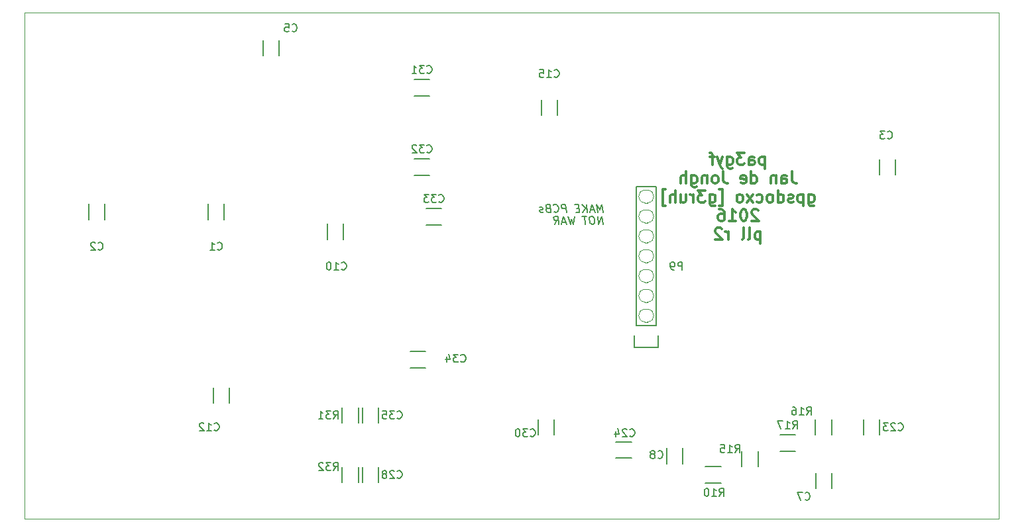
<source format=gbr>
G04 #@! TF.FileFunction,Legend,Bot*
%FSLAX46Y46*%
G04 Gerber Fmt 4.6, Leading zero omitted, Abs format (unit mm)*
G04 Created by KiCad (PCBNEW (after 2015-mar-04 BZR unknown)-product) date Sat 14 Jan 2017 07:57:05 PM CET*
%MOMM*%
G01*
G04 APERTURE LIST*
%ADD10C,0.100000*%
%ADD11C,0.150000*%
%ADD12C,0.300000*%
G04 APERTURE END LIST*
D10*
D11*
X142122953Y-77528381D02*
X141997953Y-76528381D01*
X141753904Y-77242667D01*
X141331286Y-76528381D01*
X141456286Y-77528381D01*
X140992000Y-77242667D02*
X140515809Y-77242667D01*
X141122953Y-77528381D02*
X140664620Y-76528381D01*
X140456286Y-77528381D01*
X140122953Y-77528381D02*
X139997953Y-76528381D01*
X139551524Y-77528381D02*
X139908667Y-76956952D01*
X139426524Y-76528381D02*
X140069381Y-77099810D01*
X139057476Y-77004571D02*
X138724142Y-77004571D01*
X138646762Y-77528381D02*
X139122953Y-77528381D01*
X138997953Y-76528381D01*
X138521762Y-76528381D01*
X137456286Y-77528381D02*
X137331286Y-76528381D01*
X136950333Y-76528381D01*
X136861047Y-76576000D01*
X136819380Y-76623619D01*
X136783666Y-76718857D01*
X136801523Y-76861714D01*
X136861047Y-76956952D01*
X136914618Y-77004571D01*
X137015809Y-77052190D01*
X137396762Y-77052190D01*
X135872952Y-77433143D02*
X135926523Y-77480762D01*
X136075333Y-77528381D01*
X136170571Y-77528381D01*
X136307476Y-77480762D01*
X136390809Y-77385524D01*
X136426524Y-77290286D01*
X136450333Y-77099810D01*
X136432476Y-76956952D01*
X136361047Y-76766476D01*
X136301524Y-76671238D01*
X136194381Y-76576000D01*
X136045571Y-76528381D01*
X135950333Y-76528381D01*
X135813428Y-76576000D01*
X135771761Y-76623619D01*
X135057475Y-77004571D02*
X134920571Y-77052190D01*
X134878904Y-77099810D01*
X134843190Y-77195048D01*
X134861047Y-77337905D01*
X134920571Y-77433143D01*
X134974142Y-77480762D01*
X135075333Y-77528381D01*
X135456286Y-77528381D01*
X135331286Y-76528381D01*
X134997952Y-76528381D01*
X134908666Y-76576000D01*
X134866999Y-76623619D01*
X134831285Y-76718857D01*
X134843190Y-76814095D01*
X134902714Y-76909333D01*
X134956285Y-76956952D01*
X135057475Y-77004571D01*
X135390809Y-77004571D01*
X134497952Y-77480762D02*
X134408667Y-77528381D01*
X134218191Y-77528381D01*
X134116999Y-77480762D01*
X134057475Y-77385524D01*
X134051523Y-77337905D01*
X134087237Y-77242667D01*
X134176524Y-77195048D01*
X134319381Y-77195048D01*
X134408667Y-77147429D01*
X134444381Y-77052190D01*
X134438428Y-77004571D01*
X134378905Y-76909333D01*
X134277714Y-76861714D01*
X134134857Y-76861714D01*
X134045571Y-76909333D01*
X142122953Y-79078381D02*
X141997953Y-78078381D01*
X141551524Y-79078381D01*
X141426524Y-78078381D01*
X140759858Y-78078381D02*
X140569381Y-78078381D01*
X140480095Y-78126000D01*
X140396762Y-78221238D01*
X140372952Y-78411714D01*
X140414619Y-78745048D01*
X140486047Y-78935524D01*
X140593190Y-79030762D01*
X140694381Y-79078381D01*
X140884858Y-79078381D01*
X140974143Y-79030762D01*
X141057476Y-78935524D01*
X141081286Y-78745048D01*
X141039619Y-78411714D01*
X140968191Y-78221238D01*
X140861048Y-78126000D01*
X140759858Y-78078381D01*
X140045572Y-78078381D02*
X139474143Y-78078381D01*
X139884858Y-79078381D02*
X139759858Y-78078381D01*
X138474143Y-78078381D02*
X138361048Y-79078381D01*
X138081285Y-78364095D01*
X137980095Y-79078381D01*
X137617000Y-78078381D01*
X137372952Y-78792667D02*
X136896761Y-78792667D01*
X137503905Y-79078381D02*
X137045572Y-78078381D01*
X136837238Y-79078381D01*
X135932476Y-79078381D02*
X136206286Y-78602190D01*
X136503905Y-79078381D02*
X136378905Y-78078381D01*
X135997952Y-78078381D01*
X135908666Y-78126000D01*
X135866999Y-78173619D01*
X135831285Y-78268857D01*
X135849142Y-78411714D01*
X135908666Y-78506952D01*
X135962237Y-78554571D01*
X136063428Y-78602190D01*
X136444381Y-78602190D01*
D12*
X162777857Y-70443571D02*
X162777857Y-71943571D01*
X162777857Y-70515000D02*
X162635000Y-70443571D01*
X162349286Y-70443571D01*
X162206429Y-70515000D01*
X162135000Y-70586429D01*
X162063571Y-70729286D01*
X162063571Y-71157857D01*
X162135000Y-71300714D01*
X162206429Y-71372143D01*
X162349286Y-71443571D01*
X162635000Y-71443571D01*
X162777857Y-71372143D01*
X160777857Y-71443571D02*
X160777857Y-70657857D01*
X160849286Y-70515000D01*
X160992143Y-70443571D01*
X161277857Y-70443571D01*
X161420714Y-70515000D01*
X160777857Y-71372143D02*
X160920714Y-71443571D01*
X161277857Y-71443571D01*
X161420714Y-71372143D01*
X161492143Y-71229286D01*
X161492143Y-71086429D01*
X161420714Y-70943571D01*
X161277857Y-70872143D01*
X160920714Y-70872143D01*
X160777857Y-70800714D01*
X160206428Y-69943571D02*
X159277857Y-69943571D01*
X159777857Y-70515000D01*
X159563571Y-70515000D01*
X159420714Y-70586429D01*
X159349285Y-70657857D01*
X159277857Y-70800714D01*
X159277857Y-71157857D01*
X159349285Y-71300714D01*
X159420714Y-71372143D01*
X159563571Y-71443571D01*
X159992143Y-71443571D01*
X160135000Y-71372143D01*
X160206428Y-71300714D01*
X157992143Y-70443571D02*
X157992143Y-71657857D01*
X158063572Y-71800714D01*
X158135000Y-71872143D01*
X158277857Y-71943571D01*
X158492143Y-71943571D01*
X158635000Y-71872143D01*
X157992143Y-71372143D02*
X158135000Y-71443571D01*
X158420714Y-71443571D01*
X158563572Y-71372143D01*
X158635000Y-71300714D01*
X158706429Y-71157857D01*
X158706429Y-70729286D01*
X158635000Y-70586429D01*
X158563572Y-70515000D01*
X158420714Y-70443571D01*
X158135000Y-70443571D01*
X157992143Y-70515000D01*
X157420714Y-70443571D02*
X157063571Y-71443571D01*
X156706429Y-70443571D02*
X157063571Y-71443571D01*
X157206429Y-71800714D01*
X157277857Y-71872143D01*
X157420714Y-71943571D01*
X156349286Y-70443571D02*
X155777857Y-70443571D01*
X156135000Y-71443571D02*
X156135000Y-70157857D01*
X156063572Y-70015000D01*
X155920714Y-69943571D01*
X155777857Y-69943571D01*
X166277857Y-72343571D02*
X166277857Y-73415000D01*
X166349285Y-73629286D01*
X166492142Y-73772143D01*
X166706428Y-73843571D01*
X166849285Y-73843571D01*
X164920714Y-73843571D02*
X164920714Y-73057857D01*
X164992143Y-72915000D01*
X165135000Y-72843571D01*
X165420714Y-72843571D01*
X165563571Y-72915000D01*
X164920714Y-73772143D02*
X165063571Y-73843571D01*
X165420714Y-73843571D01*
X165563571Y-73772143D01*
X165635000Y-73629286D01*
X165635000Y-73486429D01*
X165563571Y-73343571D01*
X165420714Y-73272143D01*
X165063571Y-73272143D01*
X164920714Y-73200714D01*
X164206428Y-72843571D02*
X164206428Y-73843571D01*
X164206428Y-72986429D02*
X164135000Y-72915000D01*
X163992142Y-72843571D01*
X163777857Y-72843571D01*
X163635000Y-72915000D01*
X163563571Y-73057857D01*
X163563571Y-73843571D01*
X161063571Y-73843571D02*
X161063571Y-72343571D01*
X161063571Y-73772143D02*
X161206428Y-73843571D01*
X161492142Y-73843571D01*
X161635000Y-73772143D01*
X161706428Y-73700714D01*
X161777857Y-73557857D01*
X161777857Y-73129286D01*
X161706428Y-72986429D01*
X161635000Y-72915000D01*
X161492142Y-72843571D01*
X161206428Y-72843571D01*
X161063571Y-72915000D01*
X159777857Y-73772143D02*
X159920714Y-73843571D01*
X160206428Y-73843571D01*
X160349285Y-73772143D01*
X160420714Y-73629286D01*
X160420714Y-73057857D01*
X160349285Y-72915000D01*
X160206428Y-72843571D01*
X159920714Y-72843571D01*
X159777857Y-72915000D01*
X159706428Y-73057857D01*
X159706428Y-73200714D01*
X160420714Y-73343571D01*
X157492143Y-72343571D02*
X157492143Y-73415000D01*
X157563571Y-73629286D01*
X157706428Y-73772143D01*
X157920714Y-73843571D01*
X158063571Y-73843571D01*
X156563571Y-73843571D02*
X156706429Y-73772143D01*
X156777857Y-73700714D01*
X156849286Y-73557857D01*
X156849286Y-73129286D01*
X156777857Y-72986429D01*
X156706429Y-72915000D01*
X156563571Y-72843571D01*
X156349286Y-72843571D01*
X156206429Y-72915000D01*
X156135000Y-72986429D01*
X156063571Y-73129286D01*
X156063571Y-73557857D01*
X156135000Y-73700714D01*
X156206429Y-73772143D01*
X156349286Y-73843571D01*
X156563571Y-73843571D01*
X155420714Y-72843571D02*
X155420714Y-73843571D01*
X155420714Y-72986429D02*
X155349286Y-72915000D01*
X155206428Y-72843571D01*
X154992143Y-72843571D01*
X154849286Y-72915000D01*
X154777857Y-73057857D01*
X154777857Y-73843571D01*
X153420714Y-72843571D02*
X153420714Y-74057857D01*
X153492143Y-74200714D01*
X153563571Y-74272143D01*
X153706428Y-74343571D01*
X153920714Y-74343571D01*
X154063571Y-74272143D01*
X153420714Y-73772143D02*
X153563571Y-73843571D01*
X153849285Y-73843571D01*
X153992143Y-73772143D01*
X154063571Y-73700714D01*
X154135000Y-73557857D01*
X154135000Y-73129286D01*
X154063571Y-72986429D01*
X153992143Y-72915000D01*
X153849285Y-72843571D01*
X153563571Y-72843571D01*
X153420714Y-72915000D01*
X152706428Y-73843571D02*
X152706428Y-72343571D01*
X152063571Y-73843571D02*
X152063571Y-73057857D01*
X152135000Y-72915000D01*
X152277857Y-72843571D01*
X152492142Y-72843571D01*
X152635000Y-72915000D01*
X152706428Y-72986429D01*
X168420714Y-75243571D02*
X168420714Y-76457857D01*
X168492143Y-76600714D01*
X168563571Y-76672143D01*
X168706428Y-76743571D01*
X168920714Y-76743571D01*
X169063571Y-76672143D01*
X168420714Y-76172143D02*
X168563571Y-76243571D01*
X168849285Y-76243571D01*
X168992143Y-76172143D01*
X169063571Y-76100714D01*
X169135000Y-75957857D01*
X169135000Y-75529286D01*
X169063571Y-75386429D01*
X168992143Y-75315000D01*
X168849285Y-75243571D01*
X168563571Y-75243571D01*
X168420714Y-75315000D01*
X167706428Y-75243571D02*
X167706428Y-76743571D01*
X167706428Y-75315000D02*
X167563571Y-75243571D01*
X167277857Y-75243571D01*
X167135000Y-75315000D01*
X167063571Y-75386429D01*
X166992142Y-75529286D01*
X166992142Y-75957857D01*
X167063571Y-76100714D01*
X167135000Y-76172143D01*
X167277857Y-76243571D01*
X167563571Y-76243571D01*
X167706428Y-76172143D01*
X166420714Y-76172143D02*
X166277857Y-76243571D01*
X165992142Y-76243571D01*
X165849285Y-76172143D01*
X165777857Y-76029286D01*
X165777857Y-75957857D01*
X165849285Y-75815000D01*
X165992142Y-75743571D01*
X166206428Y-75743571D01*
X166349285Y-75672143D01*
X166420714Y-75529286D01*
X166420714Y-75457857D01*
X166349285Y-75315000D01*
X166206428Y-75243571D01*
X165992142Y-75243571D01*
X165849285Y-75315000D01*
X164492142Y-76243571D02*
X164492142Y-74743571D01*
X164492142Y-76172143D02*
X164634999Y-76243571D01*
X164920713Y-76243571D01*
X165063571Y-76172143D01*
X165134999Y-76100714D01*
X165206428Y-75957857D01*
X165206428Y-75529286D01*
X165134999Y-75386429D01*
X165063571Y-75315000D01*
X164920713Y-75243571D01*
X164634999Y-75243571D01*
X164492142Y-75315000D01*
X163563570Y-76243571D02*
X163706428Y-76172143D01*
X163777856Y-76100714D01*
X163849285Y-75957857D01*
X163849285Y-75529286D01*
X163777856Y-75386429D01*
X163706428Y-75315000D01*
X163563570Y-75243571D01*
X163349285Y-75243571D01*
X163206428Y-75315000D01*
X163134999Y-75386429D01*
X163063570Y-75529286D01*
X163063570Y-75957857D01*
X163134999Y-76100714D01*
X163206428Y-76172143D01*
X163349285Y-76243571D01*
X163563570Y-76243571D01*
X161777856Y-76172143D02*
X161920713Y-76243571D01*
X162206427Y-76243571D01*
X162349285Y-76172143D01*
X162420713Y-76100714D01*
X162492142Y-75957857D01*
X162492142Y-75529286D01*
X162420713Y-75386429D01*
X162349285Y-75315000D01*
X162206427Y-75243571D01*
X161920713Y-75243571D01*
X161777856Y-75315000D01*
X161277856Y-76243571D02*
X160492142Y-75243571D01*
X161277856Y-75243571D02*
X160492142Y-76243571D01*
X159706427Y-76243571D02*
X159849285Y-76172143D01*
X159920713Y-76100714D01*
X159992142Y-75957857D01*
X159992142Y-75529286D01*
X159920713Y-75386429D01*
X159849285Y-75315000D01*
X159706427Y-75243571D01*
X159492142Y-75243571D01*
X159349285Y-75315000D01*
X159277856Y-75386429D01*
X159206427Y-75529286D01*
X159206427Y-75957857D01*
X159277856Y-76100714D01*
X159349285Y-76172143D01*
X159492142Y-76243571D01*
X159706427Y-76243571D01*
X156992142Y-76743571D02*
X157349285Y-76743571D01*
X157349285Y-74600714D01*
X156992142Y-74600714D01*
X155777856Y-75243571D02*
X155777856Y-76457857D01*
X155849285Y-76600714D01*
X155920713Y-76672143D01*
X156063570Y-76743571D01*
X156277856Y-76743571D01*
X156420713Y-76672143D01*
X155777856Y-76172143D02*
X155920713Y-76243571D01*
X156206427Y-76243571D01*
X156349285Y-76172143D01*
X156420713Y-76100714D01*
X156492142Y-75957857D01*
X156492142Y-75529286D01*
X156420713Y-75386429D01*
X156349285Y-75315000D01*
X156206427Y-75243571D01*
X155920713Y-75243571D01*
X155777856Y-75315000D01*
X155206427Y-74743571D02*
X154277856Y-74743571D01*
X154777856Y-75315000D01*
X154563570Y-75315000D01*
X154420713Y-75386429D01*
X154349284Y-75457857D01*
X154277856Y-75600714D01*
X154277856Y-75957857D01*
X154349284Y-76100714D01*
X154420713Y-76172143D01*
X154563570Y-76243571D01*
X154992142Y-76243571D01*
X155134999Y-76172143D01*
X155206427Y-76100714D01*
X153634999Y-76243571D02*
X153634999Y-75243571D01*
X153634999Y-75529286D02*
X153563571Y-75386429D01*
X153492142Y-75315000D01*
X153349285Y-75243571D01*
X153206428Y-75243571D01*
X152063571Y-75243571D02*
X152063571Y-76243571D01*
X152706428Y-75243571D02*
X152706428Y-76029286D01*
X152635000Y-76172143D01*
X152492142Y-76243571D01*
X152277857Y-76243571D01*
X152135000Y-76172143D01*
X152063571Y-76100714D01*
X151349285Y-76243571D02*
X151349285Y-74743571D01*
X150706428Y-76243571D02*
X150706428Y-75457857D01*
X150777857Y-75315000D01*
X150920714Y-75243571D01*
X151134999Y-75243571D01*
X151277857Y-75315000D01*
X151349285Y-75386429D01*
X150134999Y-76743571D02*
X149777856Y-76743571D01*
X149777856Y-74600714D01*
X150134999Y-74600714D01*
X161956428Y-77286429D02*
X161884999Y-77215000D01*
X161742142Y-77143571D01*
X161384999Y-77143571D01*
X161242142Y-77215000D01*
X161170713Y-77286429D01*
X161099285Y-77429286D01*
X161099285Y-77572143D01*
X161170713Y-77786429D01*
X162027856Y-78643571D01*
X161099285Y-78643571D01*
X160170714Y-77143571D02*
X160027857Y-77143571D01*
X159885000Y-77215000D01*
X159813571Y-77286429D01*
X159742142Y-77429286D01*
X159670714Y-77715000D01*
X159670714Y-78072143D01*
X159742142Y-78357857D01*
X159813571Y-78500714D01*
X159885000Y-78572143D01*
X160027857Y-78643571D01*
X160170714Y-78643571D01*
X160313571Y-78572143D01*
X160385000Y-78500714D01*
X160456428Y-78357857D01*
X160527857Y-78072143D01*
X160527857Y-77715000D01*
X160456428Y-77429286D01*
X160385000Y-77286429D01*
X160313571Y-77215000D01*
X160170714Y-77143571D01*
X158242143Y-78643571D02*
X159099286Y-78643571D01*
X158670714Y-78643571D02*
X158670714Y-77143571D01*
X158813571Y-77357857D01*
X158956429Y-77500714D01*
X159099286Y-77572143D01*
X156956429Y-77143571D02*
X157242143Y-77143571D01*
X157385000Y-77215000D01*
X157456429Y-77286429D01*
X157599286Y-77500714D01*
X157670715Y-77786429D01*
X157670715Y-78357857D01*
X157599286Y-78500714D01*
X157527858Y-78572143D01*
X157385000Y-78643571D01*
X157099286Y-78643571D01*
X156956429Y-78572143D01*
X156885000Y-78500714D01*
X156813572Y-78357857D01*
X156813572Y-78000714D01*
X156885000Y-77857857D01*
X156956429Y-77786429D01*
X157099286Y-77715000D01*
X157385000Y-77715000D01*
X157527858Y-77786429D01*
X157599286Y-77857857D01*
X157670715Y-78000714D01*
X162242142Y-80043571D02*
X162242142Y-81543571D01*
X162242142Y-80115000D02*
X162099285Y-80043571D01*
X161813571Y-80043571D01*
X161670714Y-80115000D01*
X161599285Y-80186429D01*
X161527856Y-80329286D01*
X161527856Y-80757857D01*
X161599285Y-80900714D01*
X161670714Y-80972143D01*
X161813571Y-81043571D01*
X162099285Y-81043571D01*
X162242142Y-80972143D01*
X160670713Y-81043571D02*
X160813571Y-80972143D01*
X160884999Y-80829286D01*
X160884999Y-79543571D01*
X159884999Y-81043571D02*
X160027857Y-80972143D01*
X160099285Y-80829286D01*
X160099285Y-79543571D01*
X158170714Y-81043571D02*
X158170714Y-80043571D01*
X158170714Y-80329286D02*
X158099286Y-80186429D01*
X158027857Y-80115000D01*
X157885000Y-80043571D01*
X157742143Y-80043571D01*
X157313572Y-79686429D02*
X157242143Y-79615000D01*
X157099286Y-79543571D01*
X156742143Y-79543571D01*
X156599286Y-79615000D01*
X156527857Y-79686429D01*
X156456429Y-79829286D01*
X156456429Y-79972143D01*
X156527857Y-80186429D01*
X157385000Y-81043571D01*
X156456429Y-81043571D01*
D10*
X192722500Y-52006500D02*
X192722500Y-116776500D01*
X68262500Y-52006500D02*
X192722500Y-52006500D01*
X68262500Y-116776500D02*
X68262500Y-52006500D01*
X192722500Y-116776500D02*
X68262500Y-116776500D01*
D11*
X148920200Y-92024200D02*
X148920200Y-74244200D01*
X148920200Y-74244200D02*
X146380200Y-74244200D01*
X146380200Y-74244200D02*
X146380200Y-92024200D01*
X149200200Y-94844200D02*
X149200200Y-93294200D01*
X148920200Y-92024200D02*
X146380200Y-92024200D01*
X146100200Y-93294200D02*
X146100200Y-94844200D01*
X146100200Y-94844200D02*
X149200200Y-94844200D01*
X76445000Y-78470000D02*
X76445000Y-76470000D01*
X78495000Y-76470000D02*
X78495000Y-78470000D01*
X91685000Y-78470000D02*
X91685000Y-76470000D01*
X93735000Y-76470000D02*
X93735000Y-78470000D01*
X106925000Y-81010000D02*
X106925000Y-79010000D01*
X108975000Y-79010000D02*
X108975000Y-81010000D01*
X98670000Y-57515000D02*
X98670000Y-55515000D01*
X100720000Y-55515000D02*
X100720000Y-57515000D01*
X92320000Y-101965000D02*
X92320000Y-99965000D01*
X94370000Y-99965000D02*
X94370000Y-101965000D01*
X134230000Y-65135000D02*
X134230000Y-63135000D01*
X136280000Y-63135000D02*
X136280000Y-65135000D01*
X177410000Y-72755000D02*
X177410000Y-70755000D01*
X179460000Y-70755000D02*
X179460000Y-72755000D01*
X169282000Y-112887000D02*
X169282000Y-110887000D01*
X171332000Y-110887000D02*
X171332000Y-112887000D01*
X150232000Y-109712000D02*
X150232000Y-107712000D01*
X152282000Y-107712000D02*
X152282000Y-109712000D01*
X175378000Y-106029000D02*
X175378000Y-104029000D01*
X177428000Y-104029000D02*
X177428000Y-106029000D01*
X145780000Y-108975000D02*
X143780000Y-108975000D01*
X143780000Y-106925000D02*
X145780000Y-106925000D01*
X157210000Y-110050000D02*
X155210000Y-110050000D01*
X155210000Y-112200000D02*
X157210000Y-112200000D01*
X159834000Y-108093000D02*
X159834000Y-110093000D01*
X161984000Y-110093000D02*
X161984000Y-108093000D01*
X169232000Y-104029000D02*
X169232000Y-106029000D01*
X171382000Y-106029000D02*
X171382000Y-104029000D01*
X166735000Y-105986000D02*
X164735000Y-105986000D01*
X164735000Y-108136000D02*
X166735000Y-108136000D01*
X111370000Y-112125000D02*
X111370000Y-110125000D01*
X113420000Y-110125000D02*
X113420000Y-112125000D01*
X110930000Y-104505000D02*
X110930000Y-102505000D01*
X108780000Y-102505000D02*
X108780000Y-104505000D01*
X110930000Y-112125000D02*
X110930000Y-110125000D01*
X108780000Y-110125000D02*
X108780000Y-112125000D01*
X133849000Y-106029000D02*
X133849000Y-104029000D01*
X135899000Y-104029000D02*
X135899000Y-106029000D01*
X117999000Y-60570000D02*
X119999000Y-60570000D01*
X119999000Y-62620000D02*
X117999000Y-62620000D01*
X117999000Y-70730000D02*
X119999000Y-70730000D01*
X119999000Y-72780000D02*
X117999000Y-72780000D01*
X119523000Y-77080000D02*
X121523000Y-77080000D01*
X121523000Y-79130000D02*
X119523000Y-79130000D01*
X117491000Y-95368000D02*
X119491000Y-95368000D01*
X119491000Y-97418000D02*
X117491000Y-97418000D01*
X111370000Y-104505000D02*
X111370000Y-102505000D01*
X113420000Y-102505000D02*
X113420000Y-104505000D01*
D10*
X147497800Y-91567800D02*
X147802600Y-91567800D01*
X147497800Y-89940600D02*
X147802600Y-89940600D01*
X147802600Y-91567800D02*
G75*
G03X147802600Y-89940600I0J813600D01*
G01*
X147497800Y-89940600D02*
G75*
G03X147497800Y-91567800I0J-813600D01*
G01*
X147497800Y-89027800D02*
X147802600Y-89027800D01*
X147497800Y-87400600D02*
X147802600Y-87400600D01*
X147802600Y-89027800D02*
G75*
G03X147802600Y-87400600I0J813600D01*
G01*
X147497800Y-87400600D02*
G75*
G03X147497800Y-89027800I0J-813600D01*
G01*
X147497800Y-86487800D02*
X147802600Y-86487800D01*
X147497800Y-84860600D02*
X147802600Y-84860600D01*
X147802600Y-86487800D02*
G75*
G03X147802600Y-84860600I0J813600D01*
G01*
X147497800Y-84860600D02*
G75*
G03X147497800Y-86487800I0J-813600D01*
G01*
X147497800Y-83947800D02*
X147802600Y-83947800D01*
X147497800Y-82320600D02*
X147802600Y-82320600D01*
X147802600Y-83947800D02*
G75*
G03X147802600Y-82320600I0J813600D01*
G01*
X147497800Y-82320600D02*
G75*
G03X147497800Y-83947800I0J-813600D01*
G01*
X147497800Y-81407800D02*
X147802600Y-81407800D01*
X147497800Y-79780600D02*
X147802600Y-79780600D01*
X147802600Y-81407800D02*
G75*
G03X147802600Y-79780600I0J813600D01*
G01*
X147497800Y-79780600D02*
G75*
G03X147497800Y-81407800I0J-813600D01*
G01*
X147497800Y-78867800D02*
X147802600Y-78867800D01*
X147497800Y-77240600D02*
X147802600Y-77240600D01*
X147802600Y-78867800D02*
G75*
G03X147802600Y-77240600I0J813600D01*
G01*
X147497800Y-77240600D02*
G75*
G03X147497800Y-78867800I0J-813600D01*
G01*
X147497800Y-76327800D02*
X147802600Y-76327800D01*
X147497800Y-74700600D02*
X147802600Y-74700600D01*
X147802600Y-76327800D02*
G75*
G03X147802600Y-74700600I0J813600D01*
G01*
X147497800Y-74700600D02*
G75*
G03X147497800Y-76327800I0J-813600D01*
G01*
D11*
X152249095Y-84907381D02*
X152249095Y-83907381D01*
X151868142Y-83907381D01*
X151772904Y-83955000D01*
X151725285Y-84002619D01*
X151677666Y-84097857D01*
X151677666Y-84240714D01*
X151725285Y-84335952D01*
X151772904Y-84383571D01*
X151868142Y-84431190D01*
X152249095Y-84431190D01*
X151201476Y-84907381D02*
X151011000Y-84907381D01*
X150915761Y-84859762D01*
X150868142Y-84812143D01*
X150772904Y-84669286D01*
X150725285Y-84478810D01*
X150725285Y-84097857D01*
X150772904Y-84002619D01*
X150820523Y-83955000D01*
X150915761Y-83907381D01*
X151106238Y-83907381D01*
X151201476Y-83955000D01*
X151249095Y-84002619D01*
X151296714Y-84097857D01*
X151296714Y-84335952D01*
X151249095Y-84431190D01*
X151201476Y-84478810D01*
X151106238Y-84526429D01*
X150915761Y-84526429D01*
X150820523Y-84478810D01*
X150772904Y-84431190D01*
X150725285Y-84335952D01*
X77636666Y-82272143D02*
X77684285Y-82319762D01*
X77827142Y-82367381D01*
X77922380Y-82367381D01*
X78065238Y-82319762D01*
X78160476Y-82224524D01*
X78208095Y-82129286D01*
X78255714Y-81938810D01*
X78255714Y-81795952D01*
X78208095Y-81605476D01*
X78160476Y-81510238D01*
X78065238Y-81415000D01*
X77922380Y-81367381D01*
X77827142Y-81367381D01*
X77684285Y-81415000D01*
X77636666Y-81462619D01*
X77255714Y-81462619D02*
X77208095Y-81415000D01*
X77112857Y-81367381D01*
X76874761Y-81367381D01*
X76779523Y-81415000D01*
X76731904Y-81462619D01*
X76684285Y-81557857D01*
X76684285Y-81653095D01*
X76731904Y-81795952D01*
X77303333Y-82367381D01*
X76684285Y-82367381D01*
X92876666Y-82272143D02*
X92924285Y-82319762D01*
X93067142Y-82367381D01*
X93162380Y-82367381D01*
X93305238Y-82319762D01*
X93400476Y-82224524D01*
X93448095Y-82129286D01*
X93495714Y-81938810D01*
X93495714Y-81795952D01*
X93448095Y-81605476D01*
X93400476Y-81510238D01*
X93305238Y-81415000D01*
X93162380Y-81367381D01*
X93067142Y-81367381D01*
X92924285Y-81415000D01*
X92876666Y-81462619D01*
X91924285Y-82367381D02*
X92495714Y-82367381D01*
X92210000Y-82367381D02*
X92210000Y-81367381D01*
X92305238Y-81510238D01*
X92400476Y-81605476D01*
X92495714Y-81653095D01*
X108719857Y-84812143D02*
X108767476Y-84859762D01*
X108910333Y-84907381D01*
X109005571Y-84907381D01*
X109148429Y-84859762D01*
X109243667Y-84764524D01*
X109291286Y-84669286D01*
X109338905Y-84478810D01*
X109338905Y-84335952D01*
X109291286Y-84145476D01*
X109243667Y-84050238D01*
X109148429Y-83955000D01*
X109005571Y-83907381D01*
X108910333Y-83907381D01*
X108767476Y-83955000D01*
X108719857Y-84002619D01*
X107767476Y-84907381D02*
X108338905Y-84907381D01*
X108053191Y-84907381D02*
X108053191Y-83907381D01*
X108148429Y-84050238D01*
X108243667Y-84145476D01*
X108338905Y-84193095D01*
X107148429Y-83907381D02*
X107053190Y-83907381D01*
X106957952Y-83955000D01*
X106910333Y-84002619D01*
X106862714Y-84097857D01*
X106815095Y-84288333D01*
X106815095Y-84526429D01*
X106862714Y-84716905D01*
X106910333Y-84812143D01*
X106957952Y-84859762D01*
X107053190Y-84907381D01*
X107148429Y-84907381D01*
X107243667Y-84859762D01*
X107291286Y-84812143D01*
X107338905Y-84716905D01*
X107386524Y-84526429D01*
X107386524Y-84288333D01*
X107338905Y-84097857D01*
X107291286Y-84002619D01*
X107243667Y-83955000D01*
X107148429Y-83907381D01*
X102401666Y-54332143D02*
X102449285Y-54379762D01*
X102592142Y-54427381D01*
X102687380Y-54427381D01*
X102830238Y-54379762D01*
X102925476Y-54284524D01*
X102973095Y-54189286D01*
X103020714Y-53998810D01*
X103020714Y-53855952D01*
X102973095Y-53665476D01*
X102925476Y-53570238D01*
X102830238Y-53475000D01*
X102687380Y-53427381D01*
X102592142Y-53427381D01*
X102449285Y-53475000D01*
X102401666Y-53522619D01*
X101496904Y-53427381D02*
X101973095Y-53427381D01*
X102020714Y-53903571D01*
X101973095Y-53855952D01*
X101877857Y-53808333D01*
X101639761Y-53808333D01*
X101544523Y-53855952D01*
X101496904Y-53903571D01*
X101449285Y-53998810D01*
X101449285Y-54236905D01*
X101496904Y-54332143D01*
X101544523Y-54379762D01*
X101639761Y-54427381D01*
X101877857Y-54427381D01*
X101973095Y-54379762D01*
X102020714Y-54332143D01*
X92463857Y-105386143D02*
X92511476Y-105433762D01*
X92654333Y-105481381D01*
X92749571Y-105481381D01*
X92892429Y-105433762D01*
X92987667Y-105338524D01*
X93035286Y-105243286D01*
X93082905Y-105052810D01*
X93082905Y-104909952D01*
X93035286Y-104719476D01*
X92987667Y-104624238D01*
X92892429Y-104529000D01*
X92749571Y-104481381D01*
X92654333Y-104481381D01*
X92511476Y-104529000D01*
X92463857Y-104576619D01*
X91511476Y-105481381D02*
X92082905Y-105481381D01*
X91797191Y-105481381D02*
X91797191Y-104481381D01*
X91892429Y-104624238D01*
X91987667Y-104719476D01*
X92082905Y-104767095D01*
X91130524Y-104576619D02*
X91082905Y-104529000D01*
X90987667Y-104481381D01*
X90749571Y-104481381D01*
X90654333Y-104529000D01*
X90606714Y-104576619D01*
X90559095Y-104671857D01*
X90559095Y-104767095D01*
X90606714Y-104909952D01*
X91178143Y-105481381D01*
X90559095Y-105481381D01*
X135897857Y-60174143D02*
X135945476Y-60221762D01*
X136088333Y-60269381D01*
X136183571Y-60269381D01*
X136326429Y-60221762D01*
X136421667Y-60126524D01*
X136469286Y-60031286D01*
X136516905Y-59840810D01*
X136516905Y-59697952D01*
X136469286Y-59507476D01*
X136421667Y-59412238D01*
X136326429Y-59317000D01*
X136183571Y-59269381D01*
X136088333Y-59269381D01*
X135945476Y-59317000D01*
X135897857Y-59364619D01*
X134945476Y-60269381D02*
X135516905Y-60269381D01*
X135231191Y-60269381D02*
X135231191Y-59269381D01*
X135326429Y-59412238D01*
X135421667Y-59507476D01*
X135516905Y-59555095D01*
X134040714Y-59269381D02*
X134516905Y-59269381D01*
X134564524Y-59745571D01*
X134516905Y-59697952D01*
X134421667Y-59650333D01*
X134183571Y-59650333D01*
X134088333Y-59697952D01*
X134040714Y-59745571D01*
X133993095Y-59840810D01*
X133993095Y-60078905D01*
X134040714Y-60174143D01*
X134088333Y-60221762D01*
X134183571Y-60269381D01*
X134421667Y-60269381D01*
X134516905Y-60221762D01*
X134564524Y-60174143D01*
X178474666Y-68048143D02*
X178522285Y-68095762D01*
X178665142Y-68143381D01*
X178760380Y-68143381D01*
X178903238Y-68095762D01*
X178998476Y-68000524D01*
X179046095Y-67905286D01*
X179093714Y-67714810D01*
X179093714Y-67571952D01*
X179046095Y-67381476D01*
X178998476Y-67286238D01*
X178903238Y-67191000D01*
X178760380Y-67143381D01*
X178665142Y-67143381D01*
X178522285Y-67191000D01*
X178474666Y-67238619D01*
X178141333Y-67143381D02*
X177522285Y-67143381D01*
X177855619Y-67524333D01*
X177712761Y-67524333D01*
X177617523Y-67571952D01*
X177569904Y-67619571D01*
X177522285Y-67714810D01*
X177522285Y-67952905D01*
X177569904Y-68048143D01*
X177617523Y-68095762D01*
X177712761Y-68143381D01*
X177998476Y-68143381D01*
X178093714Y-68095762D01*
X178141333Y-68048143D01*
X167933666Y-114276143D02*
X167981285Y-114323762D01*
X168124142Y-114371381D01*
X168219380Y-114371381D01*
X168362238Y-114323762D01*
X168457476Y-114228524D01*
X168505095Y-114133286D01*
X168552714Y-113942810D01*
X168552714Y-113799952D01*
X168505095Y-113609476D01*
X168457476Y-113514238D01*
X168362238Y-113419000D01*
X168219380Y-113371381D01*
X168124142Y-113371381D01*
X167981285Y-113419000D01*
X167933666Y-113466619D01*
X167600333Y-113371381D02*
X166933666Y-113371381D01*
X167362238Y-114371381D01*
X149137666Y-108942143D02*
X149185285Y-108989762D01*
X149328142Y-109037381D01*
X149423380Y-109037381D01*
X149566238Y-108989762D01*
X149661476Y-108894524D01*
X149709095Y-108799286D01*
X149756714Y-108608810D01*
X149756714Y-108465952D01*
X149709095Y-108275476D01*
X149661476Y-108180238D01*
X149566238Y-108085000D01*
X149423380Y-108037381D01*
X149328142Y-108037381D01*
X149185285Y-108085000D01*
X149137666Y-108132619D01*
X148566238Y-108465952D02*
X148661476Y-108418333D01*
X148709095Y-108370714D01*
X148756714Y-108275476D01*
X148756714Y-108227857D01*
X148709095Y-108132619D01*
X148661476Y-108085000D01*
X148566238Y-108037381D01*
X148375761Y-108037381D01*
X148280523Y-108085000D01*
X148232904Y-108132619D01*
X148185285Y-108227857D01*
X148185285Y-108275476D01*
X148232904Y-108370714D01*
X148280523Y-108418333D01*
X148375761Y-108465952D01*
X148566238Y-108465952D01*
X148661476Y-108513571D01*
X148709095Y-108561190D01*
X148756714Y-108656429D01*
X148756714Y-108846905D01*
X148709095Y-108942143D01*
X148661476Y-108989762D01*
X148566238Y-109037381D01*
X148375761Y-109037381D01*
X148280523Y-108989762D01*
X148232904Y-108942143D01*
X148185285Y-108846905D01*
X148185285Y-108656429D01*
X148232904Y-108561190D01*
X148280523Y-108513571D01*
X148375761Y-108465952D01*
X179839857Y-105386143D02*
X179887476Y-105433762D01*
X180030333Y-105481381D01*
X180125571Y-105481381D01*
X180268429Y-105433762D01*
X180363667Y-105338524D01*
X180411286Y-105243286D01*
X180458905Y-105052810D01*
X180458905Y-104909952D01*
X180411286Y-104719476D01*
X180363667Y-104624238D01*
X180268429Y-104529000D01*
X180125571Y-104481381D01*
X180030333Y-104481381D01*
X179887476Y-104529000D01*
X179839857Y-104576619D01*
X179458905Y-104576619D02*
X179411286Y-104529000D01*
X179316048Y-104481381D01*
X179077952Y-104481381D01*
X178982714Y-104529000D01*
X178935095Y-104576619D01*
X178887476Y-104671857D01*
X178887476Y-104767095D01*
X178935095Y-104909952D01*
X179506524Y-105481381D01*
X178887476Y-105481381D01*
X178554143Y-104481381D02*
X177935095Y-104481381D01*
X178268429Y-104862333D01*
X178125571Y-104862333D01*
X178030333Y-104909952D01*
X177982714Y-104957571D01*
X177935095Y-105052810D01*
X177935095Y-105290905D01*
X177982714Y-105386143D01*
X178030333Y-105433762D01*
X178125571Y-105481381D01*
X178411286Y-105481381D01*
X178506524Y-105433762D01*
X178554143Y-105386143D01*
X145549857Y-106148143D02*
X145597476Y-106195762D01*
X145740333Y-106243381D01*
X145835571Y-106243381D01*
X145978429Y-106195762D01*
X146073667Y-106100524D01*
X146121286Y-106005286D01*
X146168905Y-105814810D01*
X146168905Y-105671952D01*
X146121286Y-105481476D01*
X146073667Y-105386238D01*
X145978429Y-105291000D01*
X145835571Y-105243381D01*
X145740333Y-105243381D01*
X145597476Y-105291000D01*
X145549857Y-105338619D01*
X145168905Y-105338619D02*
X145121286Y-105291000D01*
X145026048Y-105243381D01*
X144787952Y-105243381D01*
X144692714Y-105291000D01*
X144645095Y-105338619D01*
X144597476Y-105433857D01*
X144597476Y-105529095D01*
X144645095Y-105671952D01*
X145216524Y-106243381D01*
X144597476Y-106243381D01*
X143740333Y-105576714D02*
X143740333Y-106243381D01*
X143978429Y-105195762D02*
X144216524Y-105910048D01*
X143597476Y-105910048D01*
X156979857Y-113863381D02*
X157313191Y-113387190D01*
X157551286Y-113863381D02*
X157551286Y-112863381D01*
X157170333Y-112863381D01*
X157075095Y-112911000D01*
X157027476Y-112958619D01*
X156979857Y-113053857D01*
X156979857Y-113196714D01*
X157027476Y-113291952D01*
X157075095Y-113339571D01*
X157170333Y-113387190D01*
X157551286Y-113387190D01*
X156027476Y-113863381D02*
X156598905Y-113863381D01*
X156313191Y-113863381D02*
X156313191Y-112863381D01*
X156408429Y-113006238D01*
X156503667Y-113101476D01*
X156598905Y-113149095D01*
X155408429Y-112863381D02*
X155313190Y-112863381D01*
X155217952Y-112911000D01*
X155170333Y-112958619D01*
X155122714Y-113053857D01*
X155075095Y-113244333D01*
X155075095Y-113482429D01*
X155122714Y-113672905D01*
X155170333Y-113768143D01*
X155217952Y-113815762D01*
X155313190Y-113863381D01*
X155408429Y-113863381D01*
X155503667Y-113815762D01*
X155551286Y-113768143D01*
X155598905Y-113672905D01*
X155646524Y-113482429D01*
X155646524Y-113244333D01*
X155598905Y-113053857D01*
X155551286Y-112958619D01*
X155503667Y-112911000D01*
X155408429Y-112863381D01*
X159011857Y-108275381D02*
X159345191Y-107799190D01*
X159583286Y-108275381D02*
X159583286Y-107275381D01*
X159202333Y-107275381D01*
X159107095Y-107323000D01*
X159059476Y-107370619D01*
X159011857Y-107465857D01*
X159011857Y-107608714D01*
X159059476Y-107703952D01*
X159107095Y-107751571D01*
X159202333Y-107799190D01*
X159583286Y-107799190D01*
X158059476Y-108275381D02*
X158630905Y-108275381D01*
X158345191Y-108275381D02*
X158345191Y-107275381D01*
X158440429Y-107418238D01*
X158535667Y-107513476D01*
X158630905Y-107561095D01*
X157154714Y-107275381D02*
X157630905Y-107275381D01*
X157678524Y-107751571D01*
X157630905Y-107703952D01*
X157535667Y-107656333D01*
X157297571Y-107656333D01*
X157202333Y-107703952D01*
X157154714Y-107751571D01*
X157107095Y-107846810D01*
X157107095Y-108084905D01*
X157154714Y-108180143D01*
X157202333Y-108227762D01*
X157297571Y-108275381D01*
X157535667Y-108275381D01*
X157630905Y-108227762D01*
X157678524Y-108180143D01*
X168155857Y-103449381D02*
X168489191Y-102973190D01*
X168727286Y-103449381D02*
X168727286Y-102449381D01*
X168346333Y-102449381D01*
X168251095Y-102497000D01*
X168203476Y-102544619D01*
X168155857Y-102639857D01*
X168155857Y-102782714D01*
X168203476Y-102877952D01*
X168251095Y-102925571D01*
X168346333Y-102973190D01*
X168727286Y-102973190D01*
X167203476Y-103449381D02*
X167774905Y-103449381D01*
X167489191Y-103449381D02*
X167489191Y-102449381D01*
X167584429Y-102592238D01*
X167679667Y-102687476D01*
X167774905Y-102735095D01*
X166346333Y-102449381D02*
X166536810Y-102449381D01*
X166632048Y-102497000D01*
X166679667Y-102544619D01*
X166774905Y-102687476D01*
X166822524Y-102877952D01*
X166822524Y-103258905D01*
X166774905Y-103354143D01*
X166727286Y-103401762D01*
X166632048Y-103449381D01*
X166441571Y-103449381D01*
X166346333Y-103401762D01*
X166298714Y-103354143D01*
X166251095Y-103258905D01*
X166251095Y-103020810D01*
X166298714Y-102925571D01*
X166346333Y-102877952D01*
X166441571Y-102830333D01*
X166632048Y-102830333D01*
X166727286Y-102877952D01*
X166774905Y-102925571D01*
X166822524Y-103020810D01*
X166377857Y-105227381D02*
X166711191Y-104751190D01*
X166949286Y-105227381D02*
X166949286Y-104227381D01*
X166568333Y-104227381D01*
X166473095Y-104275000D01*
X166425476Y-104322619D01*
X166377857Y-104417857D01*
X166377857Y-104560714D01*
X166425476Y-104655952D01*
X166473095Y-104703571D01*
X166568333Y-104751190D01*
X166949286Y-104751190D01*
X165425476Y-105227381D02*
X165996905Y-105227381D01*
X165711191Y-105227381D02*
X165711191Y-104227381D01*
X165806429Y-104370238D01*
X165901667Y-104465476D01*
X165996905Y-104513095D01*
X165092143Y-104227381D02*
X164425476Y-104227381D01*
X164854048Y-105227381D01*
X115831857Y-111482143D02*
X115879476Y-111529762D01*
X116022333Y-111577381D01*
X116117571Y-111577381D01*
X116260429Y-111529762D01*
X116355667Y-111434524D01*
X116403286Y-111339286D01*
X116450905Y-111148810D01*
X116450905Y-111005952D01*
X116403286Y-110815476D01*
X116355667Y-110720238D01*
X116260429Y-110625000D01*
X116117571Y-110577381D01*
X116022333Y-110577381D01*
X115879476Y-110625000D01*
X115831857Y-110672619D01*
X115450905Y-110672619D02*
X115403286Y-110625000D01*
X115308048Y-110577381D01*
X115069952Y-110577381D01*
X114974714Y-110625000D01*
X114927095Y-110672619D01*
X114879476Y-110767857D01*
X114879476Y-110863095D01*
X114927095Y-111005952D01*
X115498524Y-111577381D01*
X114879476Y-111577381D01*
X114308048Y-111005952D02*
X114403286Y-110958333D01*
X114450905Y-110910714D01*
X114498524Y-110815476D01*
X114498524Y-110767857D01*
X114450905Y-110672619D01*
X114403286Y-110625000D01*
X114308048Y-110577381D01*
X114117571Y-110577381D01*
X114022333Y-110625000D01*
X113974714Y-110672619D01*
X113927095Y-110767857D01*
X113927095Y-110815476D01*
X113974714Y-110910714D01*
X114022333Y-110958333D01*
X114117571Y-111005952D01*
X114308048Y-111005952D01*
X114403286Y-111053571D01*
X114450905Y-111101190D01*
X114498524Y-111196429D01*
X114498524Y-111386905D01*
X114450905Y-111482143D01*
X114403286Y-111529762D01*
X114308048Y-111577381D01*
X114117571Y-111577381D01*
X114022333Y-111529762D01*
X113974714Y-111482143D01*
X113927095Y-111386905D01*
X113927095Y-111196429D01*
X113974714Y-111101190D01*
X114022333Y-111053571D01*
X114117571Y-111005952D01*
X107703857Y-103957381D02*
X108037191Y-103481190D01*
X108275286Y-103957381D02*
X108275286Y-102957381D01*
X107894333Y-102957381D01*
X107799095Y-103005000D01*
X107751476Y-103052619D01*
X107703857Y-103147857D01*
X107703857Y-103290714D01*
X107751476Y-103385952D01*
X107799095Y-103433571D01*
X107894333Y-103481190D01*
X108275286Y-103481190D01*
X107370524Y-102957381D02*
X106751476Y-102957381D01*
X107084810Y-103338333D01*
X106941952Y-103338333D01*
X106846714Y-103385952D01*
X106799095Y-103433571D01*
X106751476Y-103528810D01*
X106751476Y-103766905D01*
X106799095Y-103862143D01*
X106846714Y-103909762D01*
X106941952Y-103957381D01*
X107227667Y-103957381D01*
X107322905Y-103909762D01*
X107370524Y-103862143D01*
X105799095Y-103957381D02*
X106370524Y-103957381D01*
X106084810Y-103957381D02*
X106084810Y-102957381D01*
X106180048Y-103100238D01*
X106275286Y-103195476D01*
X106370524Y-103243095D01*
X107703857Y-110561381D02*
X108037191Y-110085190D01*
X108275286Y-110561381D02*
X108275286Y-109561381D01*
X107894333Y-109561381D01*
X107799095Y-109609000D01*
X107751476Y-109656619D01*
X107703857Y-109751857D01*
X107703857Y-109894714D01*
X107751476Y-109989952D01*
X107799095Y-110037571D01*
X107894333Y-110085190D01*
X108275286Y-110085190D01*
X107370524Y-109561381D02*
X106751476Y-109561381D01*
X107084810Y-109942333D01*
X106941952Y-109942333D01*
X106846714Y-109989952D01*
X106799095Y-110037571D01*
X106751476Y-110132810D01*
X106751476Y-110370905D01*
X106799095Y-110466143D01*
X106846714Y-110513762D01*
X106941952Y-110561381D01*
X107227667Y-110561381D01*
X107322905Y-110513762D01*
X107370524Y-110466143D01*
X106370524Y-109656619D02*
X106322905Y-109609000D01*
X106227667Y-109561381D01*
X105989571Y-109561381D01*
X105894333Y-109609000D01*
X105846714Y-109656619D01*
X105799095Y-109751857D01*
X105799095Y-109847095D01*
X105846714Y-109989952D01*
X106418143Y-110561381D01*
X105799095Y-110561381D01*
X132849857Y-106148143D02*
X132897476Y-106195762D01*
X133040333Y-106243381D01*
X133135571Y-106243381D01*
X133278429Y-106195762D01*
X133373667Y-106100524D01*
X133421286Y-106005286D01*
X133468905Y-105814810D01*
X133468905Y-105671952D01*
X133421286Y-105481476D01*
X133373667Y-105386238D01*
X133278429Y-105291000D01*
X133135571Y-105243381D01*
X133040333Y-105243381D01*
X132897476Y-105291000D01*
X132849857Y-105338619D01*
X132516524Y-105243381D02*
X131897476Y-105243381D01*
X132230810Y-105624333D01*
X132087952Y-105624333D01*
X131992714Y-105671952D01*
X131945095Y-105719571D01*
X131897476Y-105814810D01*
X131897476Y-106052905D01*
X131945095Y-106148143D01*
X131992714Y-106195762D01*
X132087952Y-106243381D01*
X132373667Y-106243381D01*
X132468905Y-106195762D01*
X132516524Y-106148143D01*
X131278429Y-105243381D02*
X131183190Y-105243381D01*
X131087952Y-105291000D01*
X131040333Y-105338619D01*
X130992714Y-105433857D01*
X130945095Y-105624333D01*
X130945095Y-105862429D01*
X130992714Y-106052905D01*
X131040333Y-106148143D01*
X131087952Y-106195762D01*
X131183190Y-106243381D01*
X131278429Y-106243381D01*
X131373667Y-106195762D01*
X131421286Y-106148143D01*
X131468905Y-106052905D01*
X131516524Y-105862429D01*
X131516524Y-105624333D01*
X131468905Y-105433857D01*
X131421286Y-105338619D01*
X131373667Y-105291000D01*
X131278429Y-105243381D01*
X119641857Y-59652143D02*
X119689476Y-59699762D01*
X119832333Y-59747381D01*
X119927571Y-59747381D01*
X120070429Y-59699762D01*
X120165667Y-59604524D01*
X120213286Y-59509286D01*
X120260905Y-59318810D01*
X120260905Y-59175952D01*
X120213286Y-58985476D01*
X120165667Y-58890238D01*
X120070429Y-58795000D01*
X119927571Y-58747381D01*
X119832333Y-58747381D01*
X119689476Y-58795000D01*
X119641857Y-58842619D01*
X119308524Y-58747381D02*
X118689476Y-58747381D01*
X119022810Y-59128333D01*
X118879952Y-59128333D01*
X118784714Y-59175952D01*
X118737095Y-59223571D01*
X118689476Y-59318810D01*
X118689476Y-59556905D01*
X118737095Y-59652143D01*
X118784714Y-59699762D01*
X118879952Y-59747381D01*
X119165667Y-59747381D01*
X119260905Y-59699762D01*
X119308524Y-59652143D01*
X117737095Y-59747381D02*
X118308524Y-59747381D01*
X118022810Y-59747381D02*
X118022810Y-58747381D01*
X118118048Y-58890238D01*
X118213286Y-58985476D01*
X118308524Y-59033095D01*
X119641857Y-69812143D02*
X119689476Y-69859762D01*
X119832333Y-69907381D01*
X119927571Y-69907381D01*
X120070429Y-69859762D01*
X120165667Y-69764524D01*
X120213286Y-69669286D01*
X120260905Y-69478810D01*
X120260905Y-69335952D01*
X120213286Y-69145476D01*
X120165667Y-69050238D01*
X120070429Y-68955000D01*
X119927571Y-68907381D01*
X119832333Y-68907381D01*
X119689476Y-68955000D01*
X119641857Y-69002619D01*
X119308524Y-68907381D02*
X118689476Y-68907381D01*
X119022810Y-69288333D01*
X118879952Y-69288333D01*
X118784714Y-69335952D01*
X118737095Y-69383571D01*
X118689476Y-69478810D01*
X118689476Y-69716905D01*
X118737095Y-69812143D01*
X118784714Y-69859762D01*
X118879952Y-69907381D01*
X119165667Y-69907381D01*
X119260905Y-69859762D01*
X119308524Y-69812143D01*
X118308524Y-69002619D02*
X118260905Y-68955000D01*
X118165667Y-68907381D01*
X117927571Y-68907381D01*
X117832333Y-68955000D01*
X117784714Y-69002619D01*
X117737095Y-69097857D01*
X117737095Y-69193095D01*
X117784714Y-69335952D01*
X118356143Y-69907381D01*
X117737095Y-69907381D01*
X121165857Y-76162143D02*
X121213476Y-76209762D01*
X121356333Y-76257381D01*
X121451571Y-76257381D01*
X121594429Y-76209762D01*
X121689667Y-76114524D01*
X121737286Y-76019286D01*
X121784905Y-75828810D01*
X121784905Y-75685952D01*
X121737286Y-75495476D01*
X121689667Y-75400238D01*
X121594429Y-75305000D01*
X121451571Y-75257381D01*
X121356333Y-75257381D01*
X121213476Y-75305000D01*
X121165857Y-75352619D01*
X120832524Y-75257381D02*
X120213476Y-75257381D01*
X120546810Y-75638333D01*
X120403952Y-75638333D01*
X120308714Y-75685952D01*
X120261095Y-75733571D01*
X120213476Y-75828810D01*
X120213476Y-76066905D01*
X120261095Y-76162143D01*
X120308714Y-76209762D01*
X120403952Y-76257381D01*
X120689667Y-76257381D01*
X120784905Y-76209762D01*
X120832524Y-76162143D01*
X119880143Y-75257381D02*
X119261095Y-75257381D01*
X119594429Y-75638333D01*
X119451571Y-75638333D01*
X119356333Y-75685952D01*
X119308714Y-75733571D01*
X119261095Y-75828810D01*
X119261095Y-76066905D01*
X119308714Y-76162143D01*
X119356333Y-76209762D01*
X119451571Y-76257381D01*
X119737286Y-76257381D01*
X119832524Y-76209762D01*
X119880143Y-76162143D01*
X123959857Y-96623143D02*
X124007476Y-96670762D01*
X124150333Y-96718381D01*
X124245571Y-96718381D01*
X124388429Y-96670762D01*
X124483667Y-96575524D01*
X124531286Y-96480286D01*
X124578905Y-96289810D01*
X124578905Y-96146952D01*
X124531286Y-95956476D01*
X124483667Y-95861238D01*
X124388429Y-95766000D01*
X124245571Y-95718381D01*
X124150333Y-95718381D01*
X124007476Y-95766000D01*
X123959857Y-95813619D01*
X123626524Y-95718381D02*
X123007476Y-95718381D01*
X123340810Y-96099333D01*
X123197952Y-96099333D01*
X123102714Y-96146952D01*
X123055095Y-96194571D01*
X123007476Y-96289810D01*
X123007476Y-96527905D01*
X123055095Y-96623143D01*
X123102714Y-96670762D01*
X123197952Y-96718381D01*
X123483667Y-96718381D01*
X123578905Y-96670762D01*
X123626524Y-96623143D01*
X122150333Y-96051714D02*
X122150333Y-96718381D01*
X122388429Y-95670762D02*
X122626524Y-96385048D01*
X122007476Y-96385048D01*
X115831857Y-103862143D02*
X115879476Y-103909762D01*
X116022333Y-103957381D01*
X116117571Y-103957381D01*
X116260429Y-103909762D01*
X116355667Y-103814524D01*
X116403286Y-103719286D01*
X116450905Y-103528810D01*
X116450905Y-103385952D01*
X116403286Y-103195476D01*
X116355667Y-103100238D01*
X116260429Y-103005000D01*
X116117571Y-102957381D01*
X116022333Y-102957381D01*
X115879476Y-103005000D01*
X115831857Y-103052619D01*
X115498524Y-102957381D02*
X114879476Y-102957381D01*
X115212810Y-103338333D01*
X115069952Y-103338333D01*
X114974714Y-103385952D01*
X114927095Y-103433571D01*
X114879476Y-103528810D01*
X114879476Y-103766905D01*
X114927095Y-103862143D01*
X114974714Y-103909762D01*
X115069952Y-103957381D01*
X115355667Y-103957381D01*
X115450905Y-103909762D01*
X115498524Y-103862143D01*
X113974714Y-102957381D02*
X114450905Y-102957381D01*
X114498524Y-103433571D01*
X114450905Y-103385952D01*
X114355667Y-103338333D01*
X114117571Y-103338333D01*
X114022333Y-103385952D01*
X113974714Y-103433571D01*
X113927095Y-103528810D01*
X113927095Y-103766905D01*
X113974714Y-103862143D01*
X114022333Y-103909762D01*
X114117571Y-103957381D01*
X114355667Y-103957381D01*
X114450905Y-103909762D01*
X114498524Y-103862143D01*
M02*

</source>
